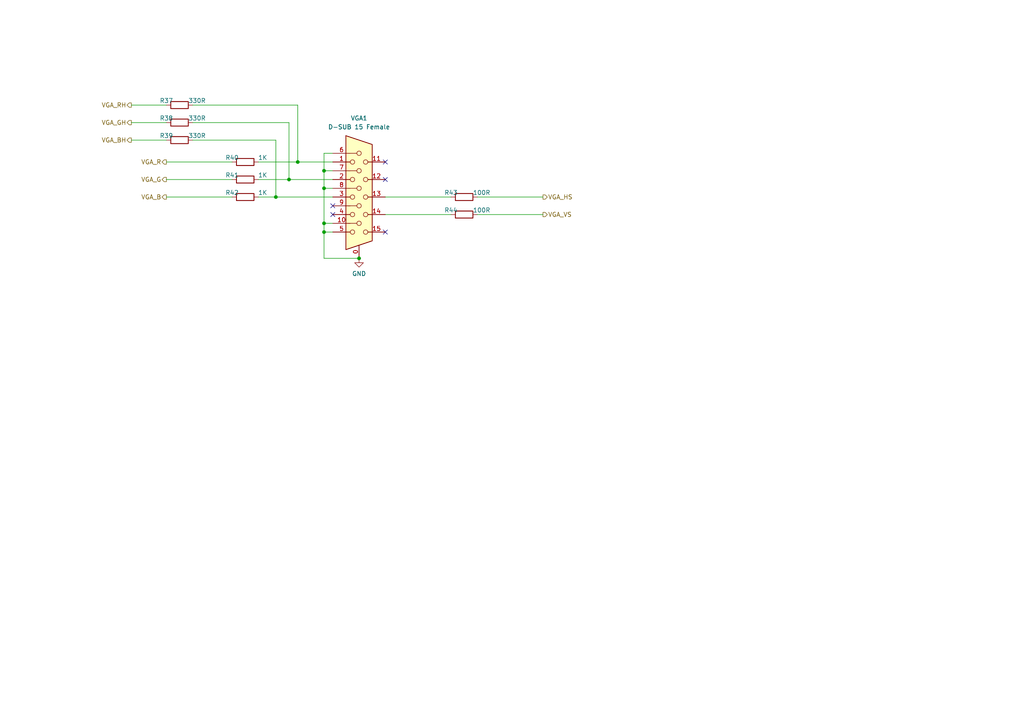
<source format=kicad_sch>
(kicad_sch (version 20250114) (generator "eeschema") (generator_version "9.0")
  (paper "A4")
  (title_block (title "FRANK M2") (date "2025-03-16") (rev "1.03") (company "Mikhail Matveev") (comment 1 "https://github.com/xtremespb/frank"))
  (lib_symbols
    (symbol "Device:R" (pin_numbers (hide yes)) (pin_names (offset 0))
      (property "Reference" "R" (at 2.032 0 90))
      (property "Value" "R" (at 0 0 90))
      (symbol "R_0_1"
        (rectangle (start -1.016 -2.54) (end 1.016 2.54) (stroke (width 0.254)))
      )
      (symbol "R_1_1"
        (pin passive line (at 0 3.81 270) (length 1.27) (name "~") (number "1"))
        (pin passive line (at 0 -3.81 90) (length 1.27) (name "~") (number "2"))
      )
    )
    (symbol "FRANK:VGA" (pin_names (offset 1.016) (hide yes))
      (property "Reference" "VGA1" (at 0 22.86 0))
      (property "Value" "VGA" (at 0 20.32 0))
      (symbol "VGA_0_1"
        (polyline (pts (xy -3.81 17.78) (xy -3.81 -15.24) (xy 3.81 -12.7) (xy 3.81 15.24) (xy -3.81 17.78)) (stroke (width 0.254)) (fill (type background)))
        (polyline (pts (xy -3.175 7.62) (xy -0.635 7.62)))
        (circle (center -1.905 10.16) (radius 0.635))
        (circle (center -1.905 5.08) (radius 0.635))
        (circle (center -1.905 0) (radius 0.635))
        (circle (center -1.905 -5.08) (radius 0.635))
        (circle (center -1.905 -10.16) (radius 0.635))
        (polyline (pts (xy -0.635 12.7) (xy -3.175 12.7)))
        (polyline (pts (xy -0.635 2.54) (xy -3.175 2.54)))
        (polyline (pts (xy -0.635 -2.54) (xy -3.175 -2.54)))
        (polyline (pts (xy -0.635 -7.62) (xy -3.175 -7.62)))
        (circle (center 0 12.7) (radius 0.635))
        (circle (center 0 7.62) (radius 0.635))
        (circle (center 0 2.54) (radius 0.635))
        (circle (center 0 -2.54) (radius 0.635))
        (circle (center 0 -7.62) (radius 0.635))
        (circle (center 1.905 10.16) (radius 0.635))
        (circle (center 1.905 5.08) (radius 0.635))
        (circle (center 1.905 0) (radius 0.635))
        (circle (center 1.905 -5.08) (radius 0.635))
        (circle (center 1.905 -10.16) (radius 0.635))
      )
      (symbol "VGA_1_1"
        (pin passive line (at -7.62 12.7 0) (length 5.08) (name "~") (number "6"))
        (pin passive line (at -7.62 10.16 0) (length 5.08) (name "~") (number "1"))
        (pin passive line (at -7.62 7.62 0) (length 5.08) (name "~") (number "7"))
        (pin passive line (at -7.62 5.08 0) (length 5.08) (name "~") (number "2"))
        (pin passive line (at -7.62 2.54 0) (length 5.08) (name "~") (number "8"))
        (pin passive line (at -7.62 0 0) (length 5.08) (name "~") (number "3"))
        (pin passive line (at -7.62 -2.54 0) (length 5.08) (name "~") (number "9"))
        (pin passive line (at -7.62 -5.08 0) (length 5.08) (name "~") (number "4"))
        (pin passive line (at -7.62 -7.62 0) (length 5.08) (name "~") (number "10"))
        (pin passive line (at -7.62 -10.16 0) (length 5.08) (name "~") (number "5"))
        (pin passive line (at 0 -17.78 90) (length 3.81) (name "~") (number "0"))
        (pin passive line (at 7.62 10.16 180) (length 5.08) (name "~") (number "11"))
        (pin passive line (at 7.62 5.08 180) (length 5.08) (name "~") (number "12"))
        (pin passive line (at 7.62 0 180) (length 5.08) (name "~") (number "13"))
        (pin passive line (at 7.62 -5.08 180) (length 5.08) (name "~") (number "14"))
        (pin passive line (at 7.62 -10.16 180) (length 5.08) (name "~") (number "15"))
      )
    )
    (symbol "power:GND" (power) (pin_numbers (hide yes)) (pin_names (offset 0) (hide yes))
      (property "Value" "GND" (at 0 -3.81 0))
      (symbol "GND_0_1"
        (polyline (pts (xy 0 0) (xy 0 -1.27) (xy 1.27 -1.27) (xy 0 -2.54) (xy -1.27 -1.27) (xy 0 -1.27)))
      )
      (symbol "GND_1_1"
        (pin power_in line (at 0 0 270) (length 0) (name "~") (number "1"))
      )
    )
  )
  (junction (at 83.82 52.07))
  (junction (at 104.14 74.93))
  (junction (at 93.98 54.61))
  (junction (at 93.98 64.77))
  (junction (at 93.98 49.53))
  (junction (at 86.36 46.99))
  (junction (at 93.98 67.31))
  (junction (at 80.01 57.15))
  (no_connect (at 96.52 62.23))
  (no_connect (at 111.76 46.99))
  (no_connect (at 111.76 52.07))
  (no_connect (at 96.52 59.69))
  (no_connect (at 111.76 67.31))
  (wire (pts (xy 111.76 57.15) (xy 130.81 57.15)))
  (wire (pts (xy 104.14 74.93) (xy 93.98 74.93)))
  (wire (pts (xy 48.26 57.15) (xy 67.31 57.15)))
  (wire (pts (xy 55.88 35.56) (xy 83.82 35.56)))
  (wire (pts (xy 48.26 52.07) (xy 67.31 52.07)))
  (wire (pts (xy 111.76 62.23) (xy 130.81 62.23)))
  (wire (pts (xy 38.1 40.64) (xy 48.26 40.64)))
  (wire (pts (xy 83.82 35.56) (xy 83.82 52.07)))
  (wire (pts (xy 93.98 64.77) (xy 93.98 54.61)))
  (wire (pts (xy 93.98 74.93) (xy 93.98 67.31)))
  (wire (pts (xy 74.93 52.07) (xy 83.82 52.07)))
  (wire (pts (xy 93.98 54.61) (xy 96.52 54.61)))
  (wire (pts (xy 138.43 57.15) (xy 157.48 57.15)))
  (wire (pts (xy 93.98 67.31) (xy 96.52 67.31)))
  (wire (pts (xy 74.93 46.99) (xy 86.36 46.99)))
  (wire (pts (xy 93.98 67.31) (xy 93.98 64.77)))
  (wire (pts (xy 74.93 57.15) (xy 80.01 57.15)))
  (wire (pts (xy 93.98 49.53) (xy 96.52 49.53)))
  (wire (pts (xy 55.88 40.64) (xy 80.01 40.64)))
  (wire (pts (xy 80.01 57.15) (xy 96.52 57.15)))
  (wire (pts (xy 48.26 46.99) (xy 67.31 46.99)))
  (wire (pts (xy 55.88 30.48) (xy 86.36 30.48)))
  (wire (pts (xy 93.98 64.77) (xy 96.52 64.77)))
  (wire (pts (xy 93.98 49.53) (xy 93.98 44.45)))
  (wire (pts (xy 93.98 54.61) (xy 93.98 49.53)))
  (wire (pts (xy 93.98 44.45) (xy 96.52 44.45)))
  (wire (pts (xy 86.36 30.48) (xy 86.36 46.99)))
  (wire (pts (xy 86.36 46.99) (xy 96.52 46.99)))
  (wire (pts (xy 38.1 35.56) (xy 48.26 35.56)))
  (wire (pts (xy 83.82 52.07) (xy 96.52 52.07)))
  (wire (pts (xy 138.43 62.23) (xy 157.48 62.23)))
  (wire (pts (xy 80.01 40.64) (xy 80.01 57.15)))
  (wire (pts (xy 38.1 30.48) (xy 48.26 30.48)))
  (hierarchical_label "VGA_RH" (shape output) (at 38.1 30.48 180))
  (hierarchical_label "VGA_GH" (shape output) (at 38.1 35.56 180))
  (hierarchical_label "VGA_BH" (shape output) (at 38.1 40.64 180))
  (hierarchical_label "VGA_R" (shape output) (at 48.26 46.99 180))
  (hierarchical_label "VGA_B" (shape output) (at 48.26 57.15 180))
  (hierarchical_label "VGA_HS" (shape output) (at 157.48 57.15 0))
  (hierarchical_label "VGA_G" (shape output) (at 48.26 52.07 180))
  (hierarchical_label "VGA_VS" (shape output) (at 157.48 62.23 0))
  (symbol (lib_id "Device:R") (at 52.07 40.64 90) (unit 1)
    (property "Reference" "R39" (at 48.26 39.37 90))
    (property "Value" "330R" (at 57.15 39.37 90))
    (property "Footprint" "FRANK:Resistor (0805)" (effects (hide yes)))
    (property "Datasheet" "https://www.vishay.com/docs/28952/mcs0402at-mct0603at-mcu0805at-mca1206at.pdf" (effects (hide yes)))
    (property "AliExpress" "https://www.aliexpress.com/item/1005005945735199.html" (effects (hide yes)))
  )
  (symbol (lib_id "Device:R") (at 134.62 62.23 90) (unit 1)
    (property "Reference" "R44" (at 130.81 60.96 90))
    (property "Value" "100R" (at 139.7 60.96 90))
    (property "Footprint" "FRANK:Resistor (0805)" (effects (hide yes)))
    (property "Datasheet" "https://www.vishay.com/docs/28952/mcs0402at-mct0603at-mcu0805at-mca1206at.pdf" (effects (hide yes)))
    (property "AliExpress" "https://www.aliexpress.com/item/1005005945735199.html" (effects (hide yes)))
  )
  (symbol (lib_id "FRANK:VGA") (at 104.14 57.15 0) (unit 1)
    (property "Reference" "VGA1" (at 104.14 34.29 0))
    (property "Value" "D-SUB 15 Female" (at 104.14 36.83 0))
    (property "Footprint" "FRANK:D-SUB (15 pin, female)" (effects (hide yes)))
    (property "Datasheet" "https://gr.mouser.com/datasheet/2/418/8/ENG_CD_2301844_H-2497630.pdf" (effects (hide yes)))
    (property "AliExpress" "https://www.aliexpress.com/item/32842951548.html" (effects (hide yes)))
  )
  (symbol (lib_id "Device:R") (at 71.12 52.07 90) (unit 1)
    (property "Reference" "R41" (at 67.31 50.8 90))
    (property "Value" "1K" (at 76.2 50.8 90))
    (property "Footprint" "FRANK:Resistor (0805)" (effects (hide yes)))
    (property "Datasheet" "https://www.vishay.com/docs/28952/mcs0402at-mct0603at-mcu0805at-mca1206at.pdf" (effects (hide yes)))
    (property "AliExpress" "https://www.aliexpress.com/item/1005005945735199.html" (effects (hide yes)))
  )
  (symbol (lib_id "power:GND") (at 104.14 74.93 0) (unit 1)
    (property "Reference" "#PWR072" (effects (hide yes)))
    (property "Value" "GND" (at 104.14 79.3734 0))
    (property "Description" "Power symbol creates a global label with name \"GND\" , ground" (effects (hide yes)))
  )
  (symbol (lib_id "Device:R") (at 71.12 46.99 90) (unit 1)
    (property "Reference" "R40" (at 67.31 45.72 90))
    (property "Value" "1K" (at 76.2 45.72 90))
    (property "Footprint" "FRANK:Resistor (0805)" (effects (hide yes)))
    (property "Datasheet" "https://www.vishay.com/docs/28952/mcs0402at-mct0603at-mcu0805at-mca1206at.pdf" (effects (hide yes)))
    (property "AliExpress" "https://www.aliexpress.com/item/1005005945735199.html" (effects (hide yes)))
  )
  (symbol (lib_id "Device:R") (at 134.62 57.15 90) (unit 1)
    (property "Reference" "R43" (at 130.81 55.88 90))
    (property "Value" "100R" (at 139.7 55.88 90))
    (property "Footprint" "FRANK:Resistor (0805)" (effects (hide yes)))
    (property "Datasheet" "https://www.vishay.com/docs/28952/mcs0402at-mct0603at-mcu0805at-mca1206at.pdf" (effects (hide yes)))
    (property "AliExpress" "https://www.aliexpress.com/item/1005005945735199.html" (effects (hide yes)))
  )
  (symbol (lib_id "Device:R") (at 52.07 35.56 90) (unit 1)
    (property "Reference" "R38" (at 48.26 34.29 90))
    (property "Value" "330R" (at 57.15 34.29 90))
    (property "Footprint" "FRANK:Resistor (0805)" (effects (hide yes)))
    (property "Datasheet" "https://www.vishay.com/docs/28952/mcs0402at-mct0603at-mcu0805at-mca1206at.pdf" (effects (hide yes)))
    (property "AliExpress" "https://www.aliexpress.com/item/1005005945735199.html" (effects (hide yes)))
  )
  (symbol (lib_id "Device:R") (at 52.07 30.48 90) (unit 1)
    (property "Reference" "R37" (at 48.26 29.21 90))
    (property "Value" "330R" (at 57.15 29.21 90))
    (property "Footprint" "FRANK:Resistor (0805)" (effects (hide yes)))
    (property "Datasheet" "https://www.vishay.com/docs/28952/mcs0402at-mct0603at-mcu0805at-mca1206at.pdf" (effects (hide yes)))
    (property "AliExpress" "https://www.aliexpress.com/item/1005005945735199.html" (effects (hide yes)))
  )
  (symbol (lib_id "Device:R") (at 71.12 57.15 90) (unit 1)
    (property "Reference" "R42" (at 67.31 55.88 90))
    (property "Value" "1K" (at 76.2 55.88 90))
    (property "Footprint" "FRANK:Resistor (0805)" (effects (hide yes)))
    (property "Datasheet" "https://www.vishay.com/docs/28952/mcs0402at-mct0603at-mcu0805at-mca1206at.pdf" (effects (hide yes)))
    (property "AliExpress" "https://www.aliexpress.com/item/1005005945735199.html" (effects (hide yes)))
  )
)
</source>
